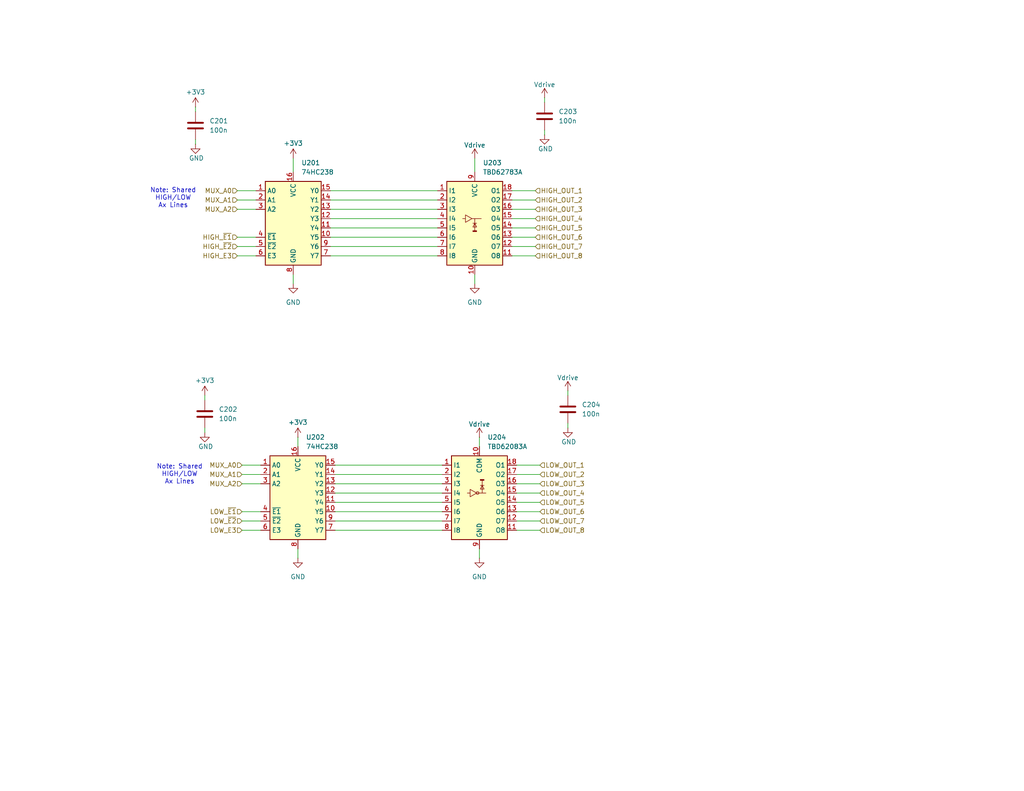
<source format=kicad_sch>
(kicad_sch (version 20231120) (generator "eeschema") (generator_version "8.0")
  (paper "USLetter")
  (title_block (date "2024-08-30") (rev "Rev 1"))
  (lib_symbols
    (symbol "74xx:74HC238"
      (property "Reference" "U" (at -7.62 13.97 0))
      (property "Value" "74HC238" (at 2.54 -11.43 0))
      (symbol "74HC238_0_1"
        (rectangle (start -7.62 12.7) (end 7.62 -10.16) (stroke (width 0.254)) (fill (type background)))
      )
      (symbol "74HC238_1_1"
        (pin input line (at -10.16 10.16 0) (length 2.54) (name "A0") (number "1"))
        (pin output line (at 10.16 -2.54 180) (length 2.54) (name "Y5") (number "10"))
        (pin output line (at 10.16 0 180) (length 2.54) (name "Y4") (number "11"))
        (pin output line (at 10.16 2.54 180) (length 2.54) (name "Y3") (number "12"))
        (pin output line (at 10.16 5.08 180) (length 2.54) (name "Y2") (number "13"))
        (pin output line (at 10.16 7.62 180) (length 2.54) (name "Y1") (number "14"))
        (pin output line (at 10.16 10.16 180) (length 2.54) (name "Y0") (number "15"))
        (pin power_in line (at 0 15.24 270) (length 2.54) (name "VCC") (number "16"))
        (pin input line (at -10.16 7.62 0) (length 2.54) (name "A1") (number "2"))
        (pin input line (at -10.16 5.08 0) (length 2.54) (name "A2") (number "3"))
        (pin input line (at -10.16 -2.54 0) (length 2.54) (name "~{E1}") (number "4"))
        (pin input line (at -10.16 -5.08 0) (length 2.54) (name "~{E2}") (number "5"))
        (pin input line (at -10.16 -7.62 0) (length 2.54) (name "E3") (number "6"))
        (pin output line (at 10.16 -7.62 180) (length 2.54) (name "Y7") (number "7"))
        (pin power_in line (at 0 -12.7 90) (length 2.54) (name "GND") (number "8"))
        (pin output line (at 10.16 -5.08 180) (length 2.54) (name "Y6") (number "9"))
      )
    )
    (symbol "Braille_Display_Symbol_Lib:TBD62083A"
      (property "Reference" "U" (at -7.62 11.43 0))
      (property "Value" "TBD62083A" (at 1.27 11.43 0))
      (symbol "TBD62083A_0_1"
        (rectangle (start -7.62 10.16) (end 7.62 -12.7) (stroke (width 0.254)) (fill (type background)))
        (polyline (pts (xy -1.778 -2.794) (xy -1.778 -2.794)) (stroke (width 0.254)))
        (polyline (pts (xy -1.778 -2.032) (xy -1.778 -2.032)) (stroke (width 0.254)))
        (polyline (pts (xy -1.778 -1.27) (xy -1.778 -1.27)) (stroke (width 0.254)))
        (polyline (pts (xy -1.778 1.27) (xy -1.778 1.27)) (stroke (width 0.254)))
        (polyline (pts (xy -1.778 2.032) (xy -1.778 2.032)) (stroke (width 0.254)))
        (polyline (pts (xy -1.778 2.794) (xy -1.778 2.794)) (stroke (width 0.254)))
        (polyline (pts (xy -0.762 0) (xy 1.778 0)))
        (polyline (pts (xy 0 0) (xy 0 0)) (stroke (width 0.508)))
        (polyline (pts (xy 0.251 2.104) (xy 1.267 2.104)))
        (polyline (pts (xy 0.759 3.374) (xy 0.759 0.072)))
        (polyline (pts (xy 0.759 2.104) (xy 0.251 1.088) (xy 1.267 1.088) (xy 0.759 2.104)))
        (polyline (pts (xy -3.302 0) (xy -2.54 0) (xy -2.54 1.016) (xy -0.762 0) (xy -2.54 -1.016) (xy -2.54 0)))
        (rectangle (start 0.2384 3.7143) (end 1.2544 3.4603) (fill (type outline)))
      )
      (symbol "TBD62083A_1_1"
        (circle (center -0.5111 0.024) (radius 0.381) (fill (type color) (color 255 255 194 1)))
        (pin input line (at -10.16 7.62 0) (length 2.54) (name "I1") (number "1"))
        (pin power_in line (at 0 12.7 270) (length 2.54) (name "COM") (number "10"))
        (pin open_emitter line (at 10.16 -10.16 180) (length 2.54) (name "O8") (number "11"))
        (pin open_emitter line (at 10.16 -7.62 180) (length 2.54) (name "O7") (number "12"))
        (pin open_emitter line (at 10.16 -5.08 180) (length 2.54) (name "O6") (number "13"))
        (pin open_emitter line (at 10.16 -2.54 180) (length 2.54) (name "O5") (number "14"))
        (pin open_emitter line (at 10.16 0 180) (length 2.54) (name "O4") (number "15"))
        (pin open_emitter line (at 10.16 2.54 180) (length 2.54) (name "O3") (number "16"))
        (pin open_emitter line (at 10.16 5.08 180) (length 2.54) (name "O2") (number "17"))
        (pin open_emitter line (at 10.16 7.62 180) (length 2.54) (name "O1") (number "18"))
        (pin input line (at -10.16 5.08 0) (length 2.54) (name "I2") (number "2"))
        (pin input line (at -10.16 2.54 0) (length 2.54) (name "I3") (number "3"))
        (pin input line (at -10.16 0 0) (length 2.54) (name "I4") (number "4"))
        (pin input line (at -10.16 -2.54 0) (length 2.54) (name "I5") (number "5"))
        (pin input line (at -10.16 -5.08 0) (length 2.54) (name "I6") (number "6"))
        (pin input line (at -10.16 -7.62 0) (length 2.54) (name "I7") (number "7"))
        (pin input line (at -10.16 -10.16 0) (length 2.54) (name "I8") (number "8"))
        (pin power_in line (at 0 -15.24 90) (length 2.54) (name "GND") (number "9"))
      )
    )
    (symbol "Device:C" (pin_numbers hide) (pin_names (offset 0.254))
      (property "Reference" "C" (at 0.635 2.54 0))
      (property "Value" "C" (at 0.635 -2.54 0))
      (symbol "C_0_1"
        (polyline (pts (xy -2.032 -0.762) (xy 2.032 -0.762)) (stroke (width 0.508)))
        (polyline (pts (xy -2.032 0.762) (xy 2.032 0.762)) (stroke (width 0.508)))
      )
      (symbol "C_1_1"
        (pin passive line (at 0 3.81 270) (length 2.794) (name "~") (number "1"))
        (pin passive line (at 0 -3.81 90) (length 2.794) (name "~") (number "2"))
      )
    )
    (symbol "Transistor_Array:TBD62783A"
      (property "Reference" "U" (at -7.62 11.43 0))
      (property "Value" "TBD62783A" (at 1.27 11.43 0))
      (symbol "TBD62783A_0_1"
        (rectangle (start -7.62 10.16) (end 7.62 -12.7) (stroke (width 0.254)) (fill (type background)))
        (rectangle (start -0.508 -3.302) (end 0.508 -3.556) (fill (type outline)))
        (polyline (pts (xy -1.778 -2.794) (xy -1.778 -2.794)) (stroke (width 0.254)))
        (polyline (pts (xy -1.778 -2.032) (xy -1.778 -2.032)) (stroke (width 0.254)))
        (polyline (pts (xy -1.778 -1.27) (xy -1.778 -1.27)) (stroke (width 0.254)))
        (polyline (pts (xy -1.778 1.27) (xy -1.778 1.27)) (stroke (width 0.254)))
        (polyline (pts (xy -1.778 2.032) (xy -1.778 2.032)) (stroke (width 0.254)))
        (polyline (pts (xy -1.778 2.794) (xy -1.778 2.794)) (stroke (width 0.254)))
        (polyline (pts (xy -0.762 0) (xy 1.778 0)))
        (polyline (pts (xy -0.508 -1.27) (xy 0.508 -1.27)))
        (polyline (pts (xy 0 0) (xy 0 -3.302)))
        (polyline (pts (xy 0 0) (xy 0 0)) (stroke (width 0.508)))
        (polyline (pts (xy 0 -1.27) (xy -0.508 -2.286) (xy 0.508 -2.286) (xy 0 -1.27)))
        (polyline (pts (xy -3.302 0) (xy -2.54 0) (xy -2.54 1.016) (xy -0.762 0) (xy -2.54 -1.016) (xy -2.54 0)))
      )
      (symbol "TBD62783A_1_1"
        (pin input line (at -10.16 7.62 0) (length 2.54) (name "I1") (number "1"))
        (pin power_in line (at 0 -15.24 90) (length 2.54) (name "GND") (number "10"))
        (pin open_emitter line (at 10.16 -10.16 180) (length 2.54) (name "O8") (number "11"))
        (pin open_emitter line (at 10.16 -7.62 180) (length 2.54) (name "O7") (number "12"))
        (pin open_emitter line (at 10.16 -5.08 180) (length 2.54) (name "O6") (number "13"))
        (pin open_emitter line (at 10.16 -2.54 180) (length 2.54) (name "O5") (number "14"))
        (pin open_emitter line (at 10.16 0 180) (length 2.54) (name "O4") (number "15"))
        (pin open_emitter line (at 10.16 2.54 180) (length 2.54) (name "O3") (number "16"))
        (pin open_emitter line (at 10.16 5.08 180) (length 2.54) (name "O2") (number "17"))
        (pin open_emitter line (at 10.16 7.62 180) (length 2.54) (name "O1") (number "18"))
        (pin input line (at -10.16 5.08 0) (length 2.54) (name "I2") (number "2"))
        (pin input line (at -10.16 2.54 0) (length 2.54) (name "I3") (number "3"))
        (pin input line (at -10.16 0 0) (length 2.54) (name "I4") (number "4"))
        (pin input line (at -10.16 -2.54 0) (length 2.54) (name "I5") (number "5"))
        (pin input line (at -10.16 -5.08 0) (length 2.54) (name "I6") (number "6"))
        (pin input line (at -10.16 -7.62 0) (length 2.54) (name "I7") (number "7"))
        (pin input line (at -10.16 -10.16 0) (length 2.54) (name "I8") (number "8"))
        (pin power_in line (at 0 12.7 270) (length 2.54) (name "VCC") (number "9"))
      )
    )
    (symbol "power:+3V3" (power) (pin_numbers hide) (pin_names (offset 0) hide)
      (property "Value" "+3V3" (at 0 3.556 0))
      (symbol "+3V3_0_1"
        (polyline (pts (xy -0.762 1.27) (xy 0 2.54)))
        (polyline (pts (xy 0 0) (xy 0 2.54)))
        (polyline (pts (xy 0 2.54) (xy 0.762 1.27)))
      )
      (symbol "+3V3_1_1"
        (pin power_in line (at 0 0 90) (length 0) (name "~") (number "1"))
      )
    )
    (symbol "power:GND" (power) (pin_numbers hide) (pin_names (offset 0) hide)
      (property "Value" "GND" (at 0 -3.81 0))
      (symbol "GND_0_1"
        (polyline (pts (xy 0 0) (xy 0 -1.27) (xy 1.27 -1.27) (xy 0 -2.54) (xy -1.27 -1.27) (xy 0 -1.27)))
      )
      (symbol "GND_1_1"
        (pin power_in line (at 0 0 270) (length 0) (name "~") (number "1"))
      )
    )
    (symbol "power:Vdrive" (power) (pin_numbers hide) (pin_names (offset 0) hide)
      (property "Value" "Vdrive" (at 0 3.556 0))
      (symbol "Vdrive_0_1"
        (polyline (pts (xy -0.762 1.27) (xy 0 2.54)))
        (polyline (pts (xy 0 0) (xy 0 2.54)))
        (polyline (pts (xy 0 2.54) (xy 0.762 1.27)))
      )
      (symbol "Vdrive_1_1"
        (pin power_in line (at 0 0 90) (length 0) (name "~") (number "1"))
      )
    )
  )
  (wire (pts (xy 130.81 119.38) (xy 130.81 121.92)))
  (wire (pts (xy 119.38 62.23) (xy 90.17 62.23)))
  (wire (pts (xy 119.38 59.69) (xy 90.17 59.69)))
  (wire (pts (xy 53.34 29.21) (xy 53.34 30.48)))
  (wire (pts (xy 139.7 62.23) (xy 146.05 62.23)))
  (wire (pts (xy 119.38 67.31) (xy 90.17 67.31)))
  (wire (pts (xy 64.77 52.07) (xy 69.85 52.07)))
  (wire (pts (xy 80.01 74.93) (xy 80.01 77.47)))
  (wire (pts (xy 119.38 57.15) (xy 90.17 57.15)))
  (wire (pts (xy 120.65 127) (xy 91.44 127)))
  (wire (pts (xy 148.59 26.67) (xy 148.59 27.94)))
  (wire (pts (xy 147.32 127) (xy 140.97 127)))
  (wire (pts (xy 119.38 52.07) (xy 90.17 52.07)))
  (wire (pts (xy 64.77 64.77) (xy 69.85 64.77)))
  (wire (pts (xy 53.34 39.37) (xy 53.34 38.1)))
  (wire (pts (xy 139.7 67.31) (xy 146.05 67.31)))
  (wire (pts (xy 80.01 43.18) (xy 80.01 46.99)))
  (wire (pts (xy 154.94 106.68) (xy 154.94 107.95)))
  (wire (pts (xy 64.77 57.15) (xy 69.85 57.15)))
  (wire (pts (xy 120.65 139.7) (xy 91.44 139.7)))
  (wire (pts (xy 139.7 64.77) (xy 146.05 64.77)))
  (wire (pts (xy 147.32 134.62) (xy 140.97 134.62)))
  (wire (pts (xy 55.88 107.95) (xy 55.88 109.22)))
  (wire (pts (xy 120.65 142.24) (xy 91.44 142.24)))
  (wire (pts (xy 147.32 132.08) (xy 140.97 132.08)))
  (wire (pts (xy 129.54 43.18) (xy 129.54 46.99)))
  (wire (pts (xy 139.7 69.85) (xy 146.05 69.85)))
  (wire (pts (xy 147.32 129.54) (xy 140.97 129.54)))
  (wire (pts (xy 66.04 132.08) (xy 71.12 132.08)))
  (wire (pts (xy 147.32 139.7) (xy 140.97 139.7)))
  (wire (pts (xy 154.94 116.84) (xy 154.94 115.57)))
  (wire (pts (xy 120.65 132.08) (xy 91.44 132.08)))
  (wire (pts (xy 55.88 118.11) (xy 55.88 116.84)))
  (wire (pts (xy 119.38 64.77) (xy 90.17 64.77)))
  (wire (pts (xy 148.59 36.83) (xy 148.59 35.56)))
  (wire (pts (xy 120.65 144.78) (xy 91.44 144.78)))
  (wire (pts (xy 120.65 134.62) (xy 91.44 134.62)))
  (wire (pts (xy 66.04 144.78) (xy 71.12 144.78)))
  (wire (pts (xy 139.7 57.15) (xy 146.05 57.15)))
  (wire (pts (xy 140.97 144.78) (xy 147.32 144.78)))
  (wire (pts (xy 81.28 119.38) (xy 81.28 121.92)))
  (wire (pts (xy 66.04 139.7) (xy 71.12 139.7)))
  (wire (pts (xy 120.65 129.54) (xy 91.44 129.54)))
  (wire (pts (xy 64.77 69.85) (xy 69.85 69.85)))
  (wire (pts (xy 139.7 59.69) (xy 146.05 59.69)))
  (wire (pts (xy 119.38 54.61) (xy 90.17 54.61)))
  (wire (pts (xy 66.04 129.54) (xy 71.12 129.54)))
  (wire (pts (xy 81.28 149.86) (xy 81.28 152.4)))
  (wire (pts (xy 139.7 52.07) (xy 146.05 52.07)))
  (wire (pts (xy 66.04 127) (xy 71.12 127)))
  (wire (pts (xy 147.32 137.16) (xy 140.97 137.16)))
  (wire (pts (xy 140.97 142.24) (xy 147.32 142.24)))
  (wire (pts (xy 130.81 149.86) (xy 130.81 152.4)))
  (wire (pts (xy 119.38 69.85) (xy 90.17 69.85)))
  (wire (pts (xy 64.77 54.61) (xy 69.85 54.61)))
  (wire (pts (xy 139.7 54.61) (xy 146.05 54.61)))
  (wire (pts (xy 64.77 67.31) (xy 69.85 67.31)))
  (wire (pts (xy 120.65 137.16) (xy 91.44 137.16)))
  (wire (pts (xy 129.54 74.93) (xy 129.54 77.47)))
  (wire (pts (xy 66.04 142.24) (xy 71.12 142.24)))
  (text "Note: Shared\nHIGH/LOW\nAx Lines" (at 47.244 54.102 0) (effects (font (size 1.27 1.27))))
  (text "Note: Shared\nHIGH/LOW\nAx Lines" (at 49.022 129.54 0) (effects (font (size 1.27 1.27))))
  (hierarchical_label "LOW_OUT_3" (shape input) (at 147.32 132.08 0))
  (hierarchical_label "MUX_A0" (shape input) (at 66.04 127 180))
  (hierarchical_label "LOW_~{E1}" (shape input) (at 66.04 139.7 180))
  (hierarchical_label "LOW_OUT_6" (shape input) (at 147.32 139.7 0))
  (hierarchical_label "HIGH_OUT_8" (shape input) (at 146.05 69.85 0))
  (hierarchical_label "HIGH_E3" (shape input) (at 64.77 69.85 180))
  (hierarchical_label "LOW_OUT_8" (shape input) (at 147.32 144.78 0))
  (hierarchical_label "HIGH_OUT_2" (shape input) (at 146.05 54.61 0))
  (hierarchical_label "HIGH_OUT_6" (shape input) (at 146.05 64.77 0))
  (hierarchical_label "MUX_A2" (shape input) (at 66.04 132.08 180))
  (hierarchical_label "MUX_A1" (shape input) (at 66.04 129.54 180))
  (hierarchical_label "LOW_OUT_5" (shape input) (at 147.32 137.16 0))
  (hierarchical_label "LOW_OUT_4" (shape input) (at 147.32 134.62 0))
  (hierarchical_label "HIGH_OUT_1" (shape input) (at 146.05 52.07 0))
  (hierarchical_label "HIGH_~{E1}" (shape input) (at 64.77 64.77 180))
  (hierarchical_label "HIGH_OUT_3" (shape input) (at 146.05 57.15 0))
  (hierarchical_label "HIGH_OUT_7" (shape input) (at 146.05 67.31 0))
  (hierarchical_label "MUX_A1" (shape input) (at 64.77 54.61 180))
  (hierarchical_label "LOW_OUT_7" (shape input) (at 147.32 142.24 0))
  (hierarchical_label "LOW_E3" (shape input) (at 66.04 144.78 180))
  (hierarchical_label "HIGH_~{E2}" (shape input) (at 64.77 67.31 180))
  (hierarchical_label "HIGH_OUT_4" (shape input) (at 146.05 59.69 0))
  (hierarchical_label "LOW_~{E2}" (shape input) (at 66.04 142.24 180))
  (hierarchical_label "LOW_OUT_1" (shape input) (at 147.32 127 0))
  (hierarchical_label "LOW_OUT_2" (shape input) (at 147.32 129.54 0))
  (hierarchical_label "HIGH_OUT_5" (shape input) (at 146.05 62.23 0))
  (hierarchical_label "MUX_A2" (shape input) (at 64.77 57.15 180))
  (hierarchical_label "MUX_A0" (shape input) (at 64.77 52.07 180))
  (symbol (lib_id "74xx:74HC238") (at 80.01 62.23 0) (unit 1)
    (property "Reference" "U201" (at 82.2041 44.45 0) (effects (justify left)))
    (property "Value" "74HC238" (at 82.2041 46.99 0) (effects (justify left)))
    (property "Footprint" "Package_SO:SOIC-16_3.9x9.9mm_P1.27mm" (effects (hide yes)))
    (property "Datasheet" "https://www.ti.com/lit/ds/symlink/cd74hc238.pdf" (effects (hide yes)))
    (property "Description" "3-to-8 line decoder/multiplexer, DIP-16/SOIC-16/SSOP-16" (effects (hide yes)))
    (instances (project "" (path "" (reference "U201") (unit 1)) (path "" (reference "U301") (unit 1))))
  )
  (symbol (lib_id "Device:C") (at 154.94 111.76 0) (unit 1)
    (property "Reference" "C204" (at 158.75 110.4899 0) (effects (justify left)))
    (property "Value" "100n" (at 158.75 113.0299 0) (effects (justify left)))
    (property "Footprint" "Capacitor_SMD:C_1206_3216Metric_Pad1.33x1.80mm_HandSolder" (effects (hide yes)))
    (property "Description" "Unpolarized capacitor" (effects (hide yes)))
    (instances (project "Braille Evaluation Board" (path "" (reference "C204") (unit 1)) (path "" (reference "C304") (unit 1))))
  )
  (symbol (lib_id "Device:C") (at 55.88 113.03 0) (unit 1)
    (property "Reference" "C202" (at 59.69 111.7599 0) (effects (justify left)))
    (property "Value" "100n" (at 59.69 114.2999 0) (effects (justify left)))
    (property "Footprint" "Capacitor_SMD:C_1206_3216Metric_Pad1.33x1.80mm_HandSolder" (effects (hide yes)))
    (property "Description" "Unpolarized capacitor" (effects (hide yes)))
    (instances (project "Braille Evaluation Board" (path "" (reference "C202") (unit 1)) (path "" (reference "C302") (unit 1))))
  )
  (symbol (lib_id "power:GND") (at 80.01 77.47 0) (unit 1)
    (property "Reference" "#PWR0206" (effects (hide yes)))
    (property "Value" "GND" (at 80.01 82.55 0))
    (property "Description" "Power symbol creates a global label with name \"GND\" , ground" (effects (hide yes)))
    (instances (project "Braille Evaluation Board" (path "" (reference "#PWR0206") (unit 1)) (path "" (reference "#PWR0306") (unit 1))))
  )
  (symbol (lib_id "power:GND") (at 148.59 36.83 0) (unit 1)
    (property "Reference" "#PWR0214" (effects (hide yes)))
    (property "Value" "GND" (at 148.844 40.64 0))
    (property "Description" "Power symbol creates a global label with name \"GND\" , ground" (effects (hide yes)))
    (instances (project "Braille Evaluation Board" (path "" (reference "#PWR0214") (unit 1)) (path "" (reference "#PWR0314") (unit 1))))
  )
  (symbol (lib_id "power:GND") (at 81.28 152.4 0) (unit 1)
    (property "Reference" "#PWR0208" (effects (hide yes)))
    (property "Value" "GND" (at 81.28 157.48 0))
    (property "Description" "Power symbol creates a global label with name \"GND\" , ground" (effects (hide yes)))
    (instances (project "Braille Evaluation Board" (path "" (reference "#PWR0208") (unit 1)) (path "" (reference "#PWR0308") (unit 1))))
  )
  (symbol (lib_id "power:GND") (at 154.94 116.84 0) (unit 1)
    (property "Reference" "#PWR0216" (effects (hide yes)))
    (property "Value" "GND" (at 155.194 120.65 0))
    (property "Description" "Power symbol creates a global label with name \"GND\" , ground" (effects (hide yes)))
    (instances (project "Braille Evaluation Board" (path "" (reference "#PWR0216") (unit 1)) (path "" (reference "#PWR0316") (unit 1))))
  )
  (symbol (lib_id "power:+3V3") (at 53.34 29.21 0) (unit 1)
    (property "Reference" "#PWR0201" (effects (hide yes)))
    (property "Value" "+3V3" (at 53.34 25.146 0))
    (property "Description" "Power symbol creates a global label with name \"+3V3\"" (effects (hide yes)))
    (instances (project "Braille Evaluation Board" (path "" (reference "#PWR0201") (unit 1)) (path "" (reference "#PWR0301") (unit 1))))
  )
  (symbol (lib_id "Braille_Display_Symbol_Lib:TBD62083A") (at 130.81 134.62 0) (unit 1)
    (property "Reference" "U204" (at 133.0041 119.38 0) (effects (justify left)))
    (property "Value" "TBD62083A" (at 133.0041 121.92 0) (effects (justify left)))
    (property "Footprint" "Package_SO:SOIC-18W_7.5x11.6mm_P1.27mm" (effects (hide yes)))
    (property "Datasheet" "https://toshiba.semicon-storage.com/info/docget.jsp?did=29893&prodName=TBD62083APG" (effects (hide yes)))
    (property "Description" "8 channel sink type DMOS transistor array, 500mA, 50V, DIP-18/SOP-18/SSOP-18/SOIC-18W" (effects (hide yes)))
    (instances (project "" (path "" (reference "U204") (unit 1)) (path "" (reference "U304") (unit 1))))
  )
  (symbol (lib_id "power:GND") (at 53.34 39.37 0) (unit 1)
    (property "Reference" "#PWR0202" (effects (hide yes)))
    (property "Value" "GND" (at 53.594 43.18 0))
    (property "Description" "Power symbol creates a global label with name \"GND\" , ground" (effects (hide yes)))
    (instances (project "Braille Evaluation Board" (path "" (reference "#PWR0202") (unit 1)) (path "" (reference "#PWR0302") (unit 1))))
  )
  (symbol (lib_id "Transistor_Array:TBD62783A") (at 129.54 59.69 0) (unit 1)
    (property "Reference" "U203" (at 131.7341 44.45 0) (effects (justify left)))
    (property "Value" "TBD62783A" (at 131.7341 46.99 0) (effects (justify left)))
    (property "Footprint" "Package_SO:SOIC-18W_7.5x11.6mm_P1.27mm" (effects (hide yes)))
    (property "Datasheet" "http://toshiba.semicon-storage.com/info/docget.jsp?did=30523&prodName=TBD62783APG" (effects (hide yes)))
    (property "Description" "8-Channel Source Type Transistor Array, TTL and CMOS compatible, 500mA, 50V, DIP-18/SOP-18/SSOP-18/SOIC-18W" (effects (hide yes)))
    (instances (project "" (path "" (reference "U203") (unit 1)) (path "" (reference "U303") (unit 1))))
  )
  (symbol (lib_id "power:Vdrive") (at 130.81 119.38 0) (unit 1)
    (property "Reference" "#PWR0211" (effects (hide yes)))
    (property "Value" "Vdrive" (at 130.81 115.824 0))
    (property "Description" "Power symbol creates a global label with name \"Vdrive\"" (effects (hide yes)))
    (instances (project "Braille Evaluation Board" (path "" (reference "#PWR0211") (unit 1)) (path "" (reference "#PWR0311") (unit 1))))
  )
  (symbol (lib_id "power:+3V3") (at 80.01 43.18 0) (unit 1)
    (property "Reference" "#PWR0205" (effects (hide yes)))
    (property "Value" "+3V3" (at 80.01 39.116 0))
    (property "Description" "Power symbol creates a global label with name \"+3V3\"" (effects (hide yes)))
    (instances (project "" (path "" (reference "#PWR0205") (unit 1)) (path "" (reference "#PWR0305") (unit 1))))
  )
  (symbol (lib_id "power:Vdrive") (at 129.54 43.18 0) (unit 1)
    (property "Reference" "#PWR0209" (effects (hide yes)))
    (property "Value" "Vdrive" (at 129.54 39.624 0))
    (property "Description" "Power symbol creates a global label with name \"Vdrive\"" (effects (hide yes)))
    (instances (project "" (path "" (reference "#PWR0209") (unit 1)) (path "" (reference "#PWR0309") (unit 1))))
  )
  (symbol (lib_id "power:GND") (at 55.88 118.11 0) (unit 1)
    (property "Reference" "#PWR0204" (effects (hide yes)))
    (property "Value" "GND" (at 56.134 121.92 0))
    (property "Description" "Power symbol creates a global label with name \"GND\" , ground" (effects (hide yes)))
    (instances (project "Braille Evaluation Board" (path "" (reference "#PWR0204") (unit 1)) (path "" (reference "#PWR0304") (unit 1))))
  )
  (symbol (lib_id "power:+3V3") (at 81.28 119.38 0) (unit 1)
    (property "Reference" "#PWR0207" (effects (hide yes)))
    (property "Value" "+3V3" (at 81.28 115.316 0))
    (property "Description" "Power symbol creates a global label with name \"+3V3\"" (effects (hide yes)))
    (instances (project "Braille Evaluation Board" (path "" (reference "#PWR0207") (unit 1)) (path "" (reference "#PWR0307") (unit 1))))
  )
  (symbol (lib_id "power:GND") (at 129.54 77.47 0) (unit 1)
    (property "Reference" "#PWR0210" (effects (hide yes)))
    (property "Value" "GND" (at 129.54 82.55 0))
    (property "Description" "Power symbol creates a global label with name \"GND\" , ground" (effects (hide yes)))
    (instances (project "Braille Evaluation Board" (path "" (reference "#PWR0210") (unit 1)) (path "" (reference "#PWR0310") (unit 1))))
  )
  (symbol (lib_id "Device:C") (at 53.34 34.29 0) (unit 1)
    (property "Reference" "C201" (at 57.15 33.0199 0) (effects (justify left)))
    (property "Value" "100n" (at 57.15 35.5599 0) (effects (justify left)))
    (property "Footprint" "Capacitor_SMD:C_1206_3216Metric_Pad1.33x1.80mm_HandSolder" (effects (hide yes)))
    (property "Description" "Unpolarized capacitor" (effects (hide yes)))
    (instances (project "" (path "" (reference "C201") (unit 1)) (path "" (reference "C301") (unit 1))))
  )
  (symbol (lib_id "power:GND") (at 130.81 152.4 0) (unit 1)
    (property "Reference" "#PWR0212" (effects (hide yes)))
    (property "Value" "GND" (at 130.81 157.48 0))
    (property "Description" "Power symbol creates a global label with name \"GND\" , ground" (effects (hide yes)))
    (instances (project "" (path "" (reference "#PWR0212") (unit 1)) (path "" (reference "#PWR0312") (unit 1))))
  )
  (symbol (lib_id "Device:C") (at 148.59 31.75 0) (unit 1)
    (property "Reference" "C203" (at 152.4 30.4799 0) (effects (justify left)))
    (property "Value" "100n" (at 152.4 33.0199 0) (effects (justify left)))
    (property "Footprint" "Capacitor_SMD:C_1206_3216Metric_Pad1.33x1.80mm_HandSolder" (effects (hide yes)))
    (property "Description" "Unpolarized capacitor" (effects (hide yes)))
    (instances (project "Braille Evaluation Board" (path "" (reference "C203") (unit 1)) (path "" (reference "C303") (unit 1))))
  )
  (symbol (lib_id "74xx:74HC238") (at 81.28 137.16 0) (unit 1)
    (property "Reference" "U202" (at 83.4741 119.38 0) (effects (justify left)))
    (property "Value" "74HC238" (at 83.4741 121.92 0) (effects (justify left)))
    (property "Footprint" "Package_SO:SOIC-16_3.9x9.9mm_P1.27mm" (effects (hide yes)))
    (property "Datasheet" "https://www.ti.com/lit/ds/symlink/cd74hc238.pdf" (effects (hide yes)))
    (property "Description" "3-to-8 line decoder/multiplexer, DIP-16/SOIC-16/SSOP-16" (effects (hide yes)))
    (instances (project "Braille Evaluation Board" (path "" (reference "U202") (unit 1)) (path "" (reference "U302") (unit 1))))
  )
  (symbol (lib_id "power:+3V3") (at 55.88 107.95 0) (unit 1)
    (property "Reference" "#PWR0203" (effects (hide yes)))
    (property "Value" "+3V3" (at 55.88 103.886 0))
    (property "Description" "Power symbol creates a global label with name \"+3V3\"" (effects (hide yes)))
    (instances (project "Braille Evaluation Board" (path "" (reference "#PWR0203") (unit 1)) (path "" (reference "#PWR0303") (unit 1))))
  )
  (symbol (lib_id "power:Vdrive") (at 148.59 26.67 0) (unit 1)
    (property "Reference" "#PWR0213" (effects (hide yes)))
    (property "Value" "Vdrive" (at 148.59 23.114 0))
    (property "Description" "Power symbol creates a global label with name \"Vdrive\"" (effects (hide yes)))
    (instances (project "Braille Evaluation Board" (path "" (reference "#PWR0213") (unit 1)) (path "" (reference "#PWR0313") (unit 1))))
  )
  (symbol (lib_id "power:Vdrive") (at 154.94 106.68 0) (unit 1)
    (property "Reference" "#PWR0215" (effects (hide yes)))
    (property "Value" "Vdrive" (at 154.94 103.124 0))
    (property "Description" "Power symbol creates a global label with name \"Vdrive\"" (effects (hide yes)))
    (instances (project "Braille Evaluation Board" (path "" (reference "#PWR0215") (unit 1)) (path "" (reference "#PWR0315") (unit 1))))
  )
)
</source>
